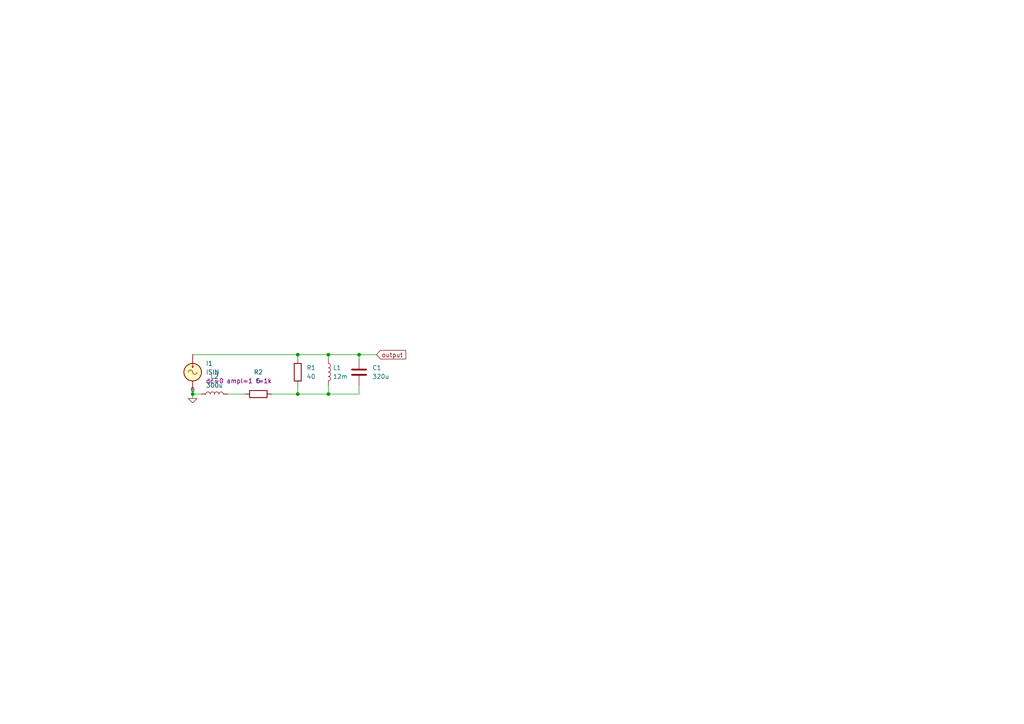
<source format=kicad_sch>
(kicad_sch (version 20230121) (generator eeschema)
  (paper "A4")
  (lib_symbols
    (symbol "Device:C" (pin_numbers hide) (pin_names (offset 0.254))
      (property "Reference" "C" (at 0.635 2.54 0))
      (property "Value" "C" (at 0.635 -2.54 0))
      (symbol "C_0_1"
        (polyline (pts (xy -2.032 -0.762) (xy 2.032 -0.762)) (stroke (width 0.508)))
        (polyline (pts (xy -2.032 0.762) (xy 2.032 0.762)) (stroke (width 0.508)))
      )
      (symbol "C_1_1"
        (pin passive line (at 0 3.81 270) (length 2.794) (name "~") (number "1"))
        (pin passive line (at 0 -3.81 90) (length 2.794) (name "~") (number "2"))
      )
    )
    (symbol "Device:L" (pin_numbers hide) (pin_names (offset 1.016) hide)
      (property "Reference" "L" (at -1.27 0 90))
      (property "Value" "L" (at 1.905 0 90))
      (symbol "L_0_1"
        (arc (start 0 -2.54) (mid 0.6323 -1.905) (end 0 -1.27))
        (arc (start 0 -1.27) (mid 0.6323 -0.635) (end 0 0))
        (arc (start 0 0) (mid 0.6323 0.635) (end 0 1.27))
        (arc (start 0 1.27) (mid 0.6323 1.905) (end 0 2.54))
      )
      (symbol "L_1_1"
        (pin passive line (at 0 3.81 270) (length 1.27) (name "1") (number "1"))
        (pin passive line (at 0 -3.81 90) (length 1.27) (name "2") (number "2"))
      )
    )
    (symbol "Device:R" (pin_numbers hide) (pin_names (offset 0))
      (property "Reference" "R" (at 2.032 0 90))
      (property "Value" "R" (at 0 0 90))
      (symbol "R_0_1"
        (rectangle (start -1.016 -2.54) (end 1.016 2.54) (stroke (width 0.254)))
      )
      (symbol "R_1_1"
        (pin passive line (at 0 3.81 270) (length 1.27) (name "~") (number "1"))
        (pin passive line (at 0 -3.81 90) (length 1.27) (name "~") (number "2"))
      )
    )
    (symbol "Simulation_SPICE:0" (power) (pin_names (offset 0))
      (property "Value" "0" (at 0 -1.778 0))
      (symbol "0_0_1"
        (polyline (pts (xy -1.27 0) (xy 0 -1.27) (xy 1.27 0) (xy -1.27 0)))
      )
      (symbol "0_1_1"
        (pin power_in line (at 0 0 0) (length 0) hide (name "0") (number "1"))
      )
    )
    (symbol "Simulation_SPICE:ISIN" (pin_numbers hide) (pin_names (offset 0.0254))
      (property "Reference" "I" (at 2.54 2.54 0))
      (property "Value" "ISIN" (at 2.54 0 0))
      (property "Sim.Params" "dc=0 ampl=1 f=1k" (at 2.54 -2.54 0))
      (symbol "ISIN_0_0"
        (arc (start 0 0) (mid -0.635 0.6323) (end -1.27 0))
        (arc (start 0 0) (mid 0.635 -0.6323) (end 1.27 0))
      )
      (symbol "ISIN_0_1"
        (polyline (pts (xy 0 1.27) (xy 0 2.286)))
        (polyline (pts (xy -0.254 1.778) (xy 0 1.27) (xy 0.254 1.778)))
        (circle (center 0 0) (radius 2.54) (stroke (width 0.254)) (fill (type background)))
      )
      (symbol "ISIN_1_1"
        (pin passive line (at 0 5.08 270) (length 2.54) (name "~") (number "1"))
        (pin passive line (at 0 -5.08 90) (length 2.54) (name "~") (number "2"))
      )
    )
  )
  (junction (at 86.36 102.87))
  (junction (at 95.25 114.3))
  (junction (at 95.25 102.87))
  (junction (at 55.88 114.3))
  (junction (at 104.14 102.87))
  (junction (at 86.36 114.3))
  (wire (pts (xy 86.36 102.87) (xy 95.25 102.87)))
  (wire (pts (xy 78.74 114.3) (xy 86.36 114.3)))
  (wire (pts (xy 86.36 102.87) (xy 86.36 104.14)))
  (wire (pts (xy 55.88 102.87) (xy 86.36 102.87)))
  (wire (pts (xy 95.25 102.87) (xy 95.25 104.14)))
  (wire (pts (xy 104.14 102.87) (xy 104.14 104.14)))
  (wire (pts (xy 95.25 114.3) (xy 104.14 114.3)))
  (wire (pts (xy 95.25 102.87) (xy 104.14 102.87)))
  (wire (pts (xy 86.36 114.3) (xy 95.25 114.3)))
  (wire (pts (xy 66.04 114.3) (xy 71.12 114.3)))
  (wire (pts (xy 104.14 111.76) (xy 104.14 114.3)))
  (wire (pts (xy 55.88 114.3) (xy 55.88 115.57)))
  (wire (pts (xy 104.14 102.87) (xy 109.22 102.87)))
  (wire (pts (xy 55.88 114.3) (xy 58.42 114.3)))
  (wire (pts (xy 95.25 111.76) (xy 95.25 114.3)))
  (wire (pts (xy 55.88 113.03) (xy 55.88 114.3)))
  (wire (pts (xy 86.36 111.76) (xy 86.36 114.3)))
  (global_label "output" (shape input) (at 109.22 102.87 0) (property "Intersheetrefs" "${INTERSHEET_REFS}" (effects hide)))
  (symbol (lib_id "Device:C") (at 104.14 107.95 0) (unit 1)
    (property "Reference" "C1" (at 107.95 106.68 0) (effects (justify left)))
    (property "Value" "320u" (at 107.95 109.22 0) (effects (justify left)))
  )
  (symbol (lib_id "Simulation_SPICE:0") (at 55.88 115.57 0) (unit 1)
    (property "Reference" "#GND01" (effects hide))
    (property "Value" "0" (at 55.88 113.03 0))
  )
  (symbol (lib_id "Device:L") (at 62.23 114.3 90) (unit 1)
    (property "Reference" "L2" (at 62.23 109.22 90))
    (property "Value" "300u" (at 62.23 111.76 90))
  )
  (symbol (lib_id "Device:L") (at 95.25 107.95 0) (unit 1)
    (property "Reference" "L1" (at 96.52 106.68 0) (effects (justify left)))
    (property "Value" "12m" (at 96.52 109.22 0) (effects (justify left)))
  )
  (symbol (lib_id "Device:R") (at 86.36 107.95 0) (unit 1)
    (property "Reference" "R1" (at 88.9 106.68 0) (effects (justify left)))
    (property "Value" "40" (at 88.9 109.22 0) (effects (justify left)))
  )
  (symbol (lib_id "Simulation_SPICE:ISIN") (at 55.88 107.95 0) (unit 1)
    (property "Reference" "I1" (at 59.69 105.41 0) (effects (justify left)))
    (property "Value" "ISIN" (at 59.69 107.95 0) (effects (justify left)))
    (property "Sim.Pins" "1=+ 2=-" (effects hide))
    (property "Sim.Params" "dc=0 ampl=1 f=1k" (at 59.69 110.49 0) (effects (justify left)))
    (property "Sim.Device" "I" (effects hide))
    (property "Sim.Type" "SIN" (effects hide))
  )
  (symbol (lib_id "Device:R") (at 74.93 114.3 90) (unit 1)
    (property "Reference" "R2" (at 74.93 107.95 90))
    (property "Value" "6" (at 74.93 110.49 90))
  )
)
</source>
